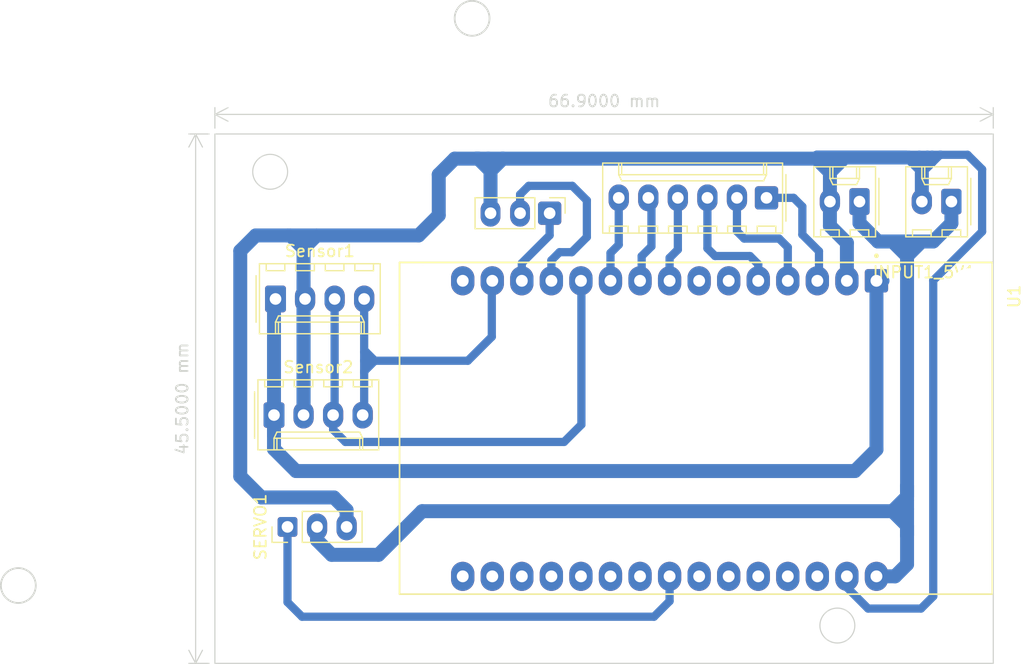
<source format=kicad_pcb>
(kicad_pcb (version 20240108) (generator "pcbnew") (generator_version "8.0")
  (layers (0 "F.Cu" signal) (31 "B.Cu" signal) (34 "B.Paste" user) (35 "F.Paste" user) (36 "B.SilkS" user "B.Silkscreen") (37 "F.SilkS" user "F.Silkscreen") (38 "B.Mask" user) (39 "F.Mask" user) (44 "Edge.Cuts" user))
  (net 0 "")
  (net 1 "Net-(COMMUNICATION1-Pin_3)")
  (net 2 "Net-(INPUT1_5V1-Pin_1)")
  (net 3 "EN1")
  (net 4 "IN1")
  (net 5 "IN2")
  (net 6 "IN3")
  (net 7 "IN4")
  (net 8 "EN2")
  (net 9 "Net-(Sensor1-Pin_1)")
  (net 10 "SCL")
  (net 11 "SDA")
  (net 12 "Servo1")
  (net 26 "TX0")
  (net 27 "RX0")
  (footprint "Connector_Molex:Molex_KK-254_AE-6410-02A_1x02_P2.54mm_Vertical" (layer "F.Cu") (at 229.745 70.35 180)
    (property "Reference" "INPUT_RASP1_5V1" (hide yes))
    (property "Value" "Conn_01x02_Male")
    (fp_line (start 3.92 2.99) (end 3.92 -3.03) (stroke (width 0.12)) (layer "F.SilkS"))
    (fp_line (start 3.92 -3.03) (end -1.38 -3.03) (stroke (width 0.12)) (layer "F.SilkS"))
    (fp_line (start 3.34 -2.43) (end 3.34 -3.03) (stroke (width 0.12)) (layer "F.SilkS"))
    (fp_line (start 2.54 1.99) (end 2.54 2.99) (stroke (width 0.12)) (layer "F.SilkS"))
    (fp_line (start 2.29 2.99) (end 2.29 1.99) (stroke (width 0.12)) (layer "F.SilkS"))
    (fp_line (start 2.29 1.46) (end 2.54 1.99) (stroke (width 0.12)) (layer "F.SilkS"))
    (fp_line (start 1.74 -2.43) (end 3.34 -2.43) (stroke (width 0.12)) (layer "F.SilkS"))
    (fp_line (start 1.74 -3.03) (end 1.74 -2.43) (stroke (width 0.12)) (layer "F.SilkS"))
    (fp_line (start 0.8 -2.43) (end 0.8 -3.03) (stroke (width 0.12)) (layer "F.SilkS"))
    (fp_line (start 0.25 2.99) (end 0.25 1.99) (stroke (width 0.12)) (layer "F.SilkS"))
    (fp_line (start 0.25 1.46) (end 2.29 1.46) (stroke (width 0.12)) (layer "F.SilkS"))
    (fp_line (start 0 2.99) (end 0 1.99) (stroke (width 0.12)) (layer "F.SilkS"))
    (fp_line (start 0 1.99) (end 2.54 1.99) (stroke (width 0.12)) (layer "F.SilkS"))
    (fp_line (start 0 1.99) (end 0.25 1.46) (stroke (width 0.12)) (layer "F.SilkS"))
    (fp_line (start -0.8 -2.43) (end 0.8 -2.43) (stroke (width 0.12)) (layer "F.SilkS"))
    (fp_line (start -0.8 -3.03) (end -0.8 -2.43) (stroke (width 0.12)) (layer "F.SilkS"))
    (fp_line (start -1.38 2.99) (end 3.92 2.99) (stroke (width 0.12)) (layer "F.SilkS"))
    (fp_line (start -1.38 -3.03) (end -1.38 2.99) (stroke (width 0.12)) (layer "F.SilkS"))
    (fp_line (start -1.67 -2) (end -1.67 2) (stroke (width 0.12)) (layer "F.SilkS"))
    (pad "1" thru_hole roundrect (at 0 0 180) (size 1.74 2.3) (drill 1) (layers "*.Cu" "*.Mask") (roundrect_rratio 0.143678) (net 2 "Net-(INPUT1_5V1-Pin_1)"))
    (pad "2" thru_hole oval (at 2.54 0 180) (size 1.74 2.19) (drill 1) (layers "*.Cu" "*.Mask") (net 1 "Net-(COMMUNICATION1-Pin_3)"))
  )
  (footprint "Connector_PinHeader_2.54mm:PinHeader_1x03_P2.54mm_Vertical" (layer "F.Cu") (at 180.585 98.31 90)
    (property "Reference" "SERVO1" (at 0 -2.33 90) (layer "F.SilkS"))
    (property "Value" "Conn_01x03_Male")
    (fp_line (start -1.33 -1.33) (end 0 -1.33) (stroke (width 0.12)) (layer "F.SilkS"))
    (fp_line (start -1.33 0) (end -1.33 -1.33) (stroke (width 0.12)) (layer "F.SilkS"))
    (fp_line (start 1.33 1.27) (end 1.33 6.41) (stroke (width 0.12)) (layer "F.SilkS"))
    (fp_line (start -1.33 1.27) (end 1.33 1.27) (stroke (width 0.12)) (layer "F.SilkS"))
    (fp_line (start -1.33 1.27) (end -1.33 6.41) (stroke (width 0.12)) (layer "F.SilkS"))
    (fp_line (start -1.33 6.41) (end 1.33 6.41) (stroke (width 0.12)) (layer "F.SilkS"))
    (pad "1" thru_hole roundrect (at 0 0 90) (size 1.7 1.7) (drill 1) (layers "*.Cu" "*.Mask") (roundrect_rratio 0.1470588235) (net 12 "Servo1"))
    (pad "2" thru_hole oval (at 0 2.54 90) (size 2.3 1.74) (drill 1) (layers "*.Cu" "*.Mask") (net 2 "Net-(INPUT1_5V1-Pin_1)"))
    (pad "3" thru_hole oval (at 0 5.08 90) (size 2.3 1.74) (drill 1) (layers "*.Cu" "*.Mask") (net 1 "Net-(COMMUNICATION1-Pin_3)"))
  )
  (footprint "Connector_Molex:Molex_KK-254_AE-6410-06A_1x06_P2.54mm_Vertical" (layer "F.Cu") (at 221.755 70.03 180)
    (property "Reference" "L298N1" (hide yes))
    (property "Value" "Conn_01x06_Male")
    (fp_line (start 14.08 2.99) (end 14.08 -3.03) (stroke (width 0.12)) (layer "F.SilkS"))
    (fp_line (start 14.08 -3.03) (end -1.38 -3.03) (stroke (width 0.12)) (layer "F.SilkS"))
    (fp_line (start 13.5 -2.43) (end 13.5 -3.03) (stroke (width 0.12)) (layer "F.SilkS"))
    (fp_line (start 12.7 1.99) (end 12.7 2.99) (stroke (width 0.12)) (layer "F.SilkS"))
    (fp_line (start 12.45 2.99) (end 12.45 1.99) (stroke (width 0.12)) (layer "F.SilkS"))
    (fp_line (start 12.45 1.46) (end 12.7 1.99) (stroke (width 0.12)) (layer "F.SilkS"))
    (fp_line (start 11.9 -2.43) (end 13.5 -2.43) (stroke (width 0.12)) (layer "F.SilkS"))
    (fp_line (start 11.9 -3.03) (end 11.9 -2.43) (stroke (width 0.12)) (layer "F.SilkS"))
    (fp_line (start 10.96 -2.43) (end 10.96 -3.03) (stroke (width 0.12)) (layer "F.SilkS"))
    (fp_line (start 9.36 -2.43) (end 10.96 -2.43) (stroke (width 0.12)) (layer "F.SilkS"))
    (fp_line (start 9.36 -3.03) (end 9.36 -2.43) (stroke (width 0.12)) (layer "F.SilkS"))
    (fp_line (start 8.42 -2.43) (end 8.42 -3.03) (stroke (width 0.12)) (layer "F.SilkS"))
    (fp_line (start 6.82 -2.43) (end 8.42 -2.43) (stroke (width 0.12)) (layer "F.SilkS"))
    (fp_line (start 6.82 -3.03) (end 6.82 -2.43) (stroke (width 0.12)) (layer "F.SilkS"))
    (fp_line (start 5.88 -2.43) (end 5.88 -3.03) (stroke (width 0.12)) (layer "F.SilkS"))
    (fp_line (start 4.28 -2.43) (end 5.88 -2.43) (stroke (width 0.12)) (layer "F.SilkS"))
    (fp_line (start 4.28 -3.03) (end 4.28 -2.43) (stroke (width 0.12)) (layer "F.SilkS"))
    (fp_line (start 3.34 -2.43) (end 3.34 -3.03) (stroke (width 0.12)) (layer "F.SilkS"))
    (fp_line (start 1.74 -2.43) (end 3.34 -2.43) (stroke (width 0.12)) (layer "F.SilkS"))
    (fp_line (start 1.74 -3.03) (end 1.74 -2.43) (stroke (width 0.12)) (layer "F.SilkS"))
    (fp_line (start 0.8 -2.43) (end 0.8 -3.03) (stroke (width 0.12)) (layer "F.SilkS"))
    (fp_line (start 0.25 2.99) (end 0.25 1.99) (stroke (width 0.12)) (layer "F.SilkS"))
    (fp_line (start 0.25 1.46) (end 12.45 1.46) (stroke (width 0.12)) (layer "F.SilkS"))
    (fp_line (start 0 2.99) (end 0 1.99) (stroke (width 0.12)) (layer "F.SilkS"))
    (fp_line (start 0 1.99) (end 12.7 1.99) (stroke (width 0.12)) (layer "F.SilkS"))
    (fp_line (start 0 1.99) (end 0.25 1.46) (stroke (width 0.12)) (layer "F.SilkS"))
    (fp_line (start -0.8 -2.43) (end 0.8 -2.43) (stroke (width 0.12)) (layer "F.SilkS"))
    (fp_line (start -0.8 -3.03) (end -0.8 -2.43) (stroke (width 0.12)) (layer "F.SilkS"))
    (fp_line (start -1.38 2.99) (end 14.08 2.99) (stroke (width 0.12)) (layer "F.SilkS"))
    (fp_line (start -1.38 -3.03) (end -1.38 2.99) (stroke (width 0.12)) (layer "F.SilkS"))
    (fp_line (start -1.67 -2) (end -1.67 2) (stroke (width 0.12)) (layer "F.SilkS"))
    (pad "1" thru_hole roundrect (at 0 0 180) (size 2 2) (drill 1) (layers "*.Cu" "*.Mask") (roundrect_rratio 0.143678) (net 3 "EN1"))
    (pad "2" thru_hole oval (at 2.54 0 180) (size 1.74 2.3) (drill 1) (layers "*.Cu" "*.Mask") (net 4 "IN1"))
    (pad "3" thru_hole oval (at 5.08 0 180) (size 1.74 2.3) (drill 1) (layers "*.Cu" "*.Mask") (net 5 "IN2"))
    (pad "4" thru_hole oval (at 7.62 0 180) (size 1.74 2.3) (drill 1) (layers "*.Cu" "*.Mask") (net 6 "IN3"))
    (pad "5" thru_hole oval (at 10.16 0 180) (size 1.74 2.3) (drill 1) (layers "*.Cu" "*.Mask") (net 7 "IN4"))
    (pad "6" thru_hole oval (at 12.7 0 180) (size 1.74 2.3) (drill 1) (layers "*.Cu" "*.Mask") (net 8 "EN2"))
  )
  (footprint "Connector_Molex:Molex_KK-254_AE-6410-04A_1x04_P2.54mm_Vertical" (layer "F.Cu") (at 179.555 78.72)
    (property "Reference" "Sensor1" (at 3.81 -4.12 0) (layer "F.SilkS"))
    (property "Value" "Conn_01x04_Pin")
    (fp_line (start -1.67 -2) (end -1.67 2) (stroke (width 0.12)) (layer "F.SilkS"))
    (fp_line (start -1.38 -3.03) (end -1.38 2.99) (stroke (width 0.12)) (layer "F.SilkS"))
    (fp_line (start -1.38 2.99) (end 9 2.99) (stroke (width 0.12)) (layer "F.SilkS"))
    (fp_line (start -0.8 -3.03) (end -0.8 -2.43) (stroke (width 0.12)) (layer "F.SilkS"))
    (fp_line (start -0.8 -2.43) (end 0.8 -2.43) (stroke (width 0.12)) (layer "F.SilkS"))
    (fp_line (start 0 1.99) (end 0.25 1.46) (stroke (width 0.12)) (layer "F.SilkS"))
    (fp_line (start 0 1.99) (end 7.62 1.99) (stroke (width 0.12)) (layer "F.SilkS"))
    (fp_line (start 0 2.99) (end 0 1.99) (stroke (width 0.12)) (layer "F.SilkS"))
    (fp_line (start 0.25 1.46) (end 7.37 1.46) (stroke (width 0.12)) (layer "F.SilkS"))
    (fp_line (start 0.25 2.99) (end 0.25 1.99) (stroke (width 0.12)) (layer "F.SilkS"))
    (fp_line (start 0.8 -2.43) (end 0.8 -3.03) (stroke (width 0.12)) (layer "F.SilkS"))
    (fp_line (start 1.74 -3.03) (end 1.74 -2.43) (stroke (width 0.12)) (layer "F.SilkS"))
    (fp_line (start 1.74 -2.43) (end 3.34 -2.43) (stroke (width 0.12)) (layer "F.SilkS"))
    (fp_line (start 3.34 -2.43) (end 3.34 -3.03) (stroke (width 0.12)) (layer "F.SilkS"))
    (fp_line (start 4.28 -3.03) (end 4.28 -2.43) (stroke (width 0.12)) (layer "F.SilkS"))
    (fp_line (start 4.28 -2.43) (end 5.88 -2.43) (stroke (width 0.12)) (layer "F.SilkS"))
    (fp_line (start 5.88 -2.43) (end 5.88 -3.03) (stroke (width 0.12)) (layer "F.SilkS"))
    (fp_line (start 6.82 -3.03) (end 6.82 -2.43) (stroke (width 0.12)) (layer "F.SilkS"))
    (fp_line (start 6.82 -2.43) (end 8.42 -2.43) (stroke (width 0.12)) (layer "F.SilkS"))
    (fp_line (start 7.37 1.46) (end 7.62 1.99) (stroke (width 0.12)) (layer "F.SilkS"))
    (fp_line (start 7.37 2.99) (end 7.37 1.99) (stroke (width 0.12)) (layer "F.SilkS"))
    (fp_line (start 7.62 1.99) (end 7.62 2.99) (stroke (width 0.12)) (layer "F.SilkS"))
    (fp_line (start 8.42 -2.43) (end 8.42 -3.03) (stroke (width 0.12)) (layer "F.SilkS"))
    (fp_line (start 9 -3.03) (end -1.38 -3.03) (stroke (width 0.12)) (layer "F.SilkS"))
    (fp_line (start 9 2.99) (end 9 -3.03) (stroke (width 0.12)) (layer "F.SilkS"))
    (pad "1" thru_hole roundrect (at 0 0) (size 1.8 2.3) (drill 1) (layers "*.Cu" "*.Mask") (roundrect_rratio 0.143678) (net 9 "Net-(Sensor1-Pin_1)"))
    (pad "2" thru_hole oval (at 2.54 0) (size 1.74 2.3) (drill 1) (layers "*.Cu" "*.Mask") (net 1 "Net-(COMMUNICATION1-Pin_3)"))
    (pad "3" thru_hole oval (at 5.08 0) (size 1.74 2.3) (drill 1) (layers "*.Cu" "*.Mask") (net 10 "SCL"))
    (pad "4" thru_hole oval (at 7.62 0) (size 1.74 2.3) (drill 1) (layers "*.Cu" "*.Mask") (net 11 "SDA"))
  )
  (footprint "Connector_Molex:Molex_KK-254_AE-6410-02A_1x02_P2.54mm_Vertical" (layer "F.Cu") (at 237.645 70.35 180)
    (property "Reference" "INPUT1_5V1" (at 2.35 -6.07 0) (layer "F.SilkS"))
    (property "Value" "Conn_01x02_Male" (hide yes))
    (fp_line (start 3.92 2.99) (end 3.92 -3.03) (stroke (width 0.12)) (layer "F.SilkS"))
    (fp_line (start 3.92 -3.03) (end -1.38 -3.03) (stroke (width 0.12)) (layer "F.SilkS"))
    (fp_line (start 3.34 -2.43) (end 3.34 -3.03) (stroke (width 0.12)) (layer "F.SilkS"))
    (fp_line (start 2.54 1.99) (end 2.54 2.99) (stroke (width 0.12)) (layer "F.SilkS"))
    (fp_line (start 2.29 2.99) (end 2.29 1.99) (stroke (width 0.12)) (layer "F.SilkS"))
    (fp_line (start 2.29 1.46) (end 2.54 1.99) (stroke (width 0.12)) (layer "F.SilkS"))
    (fp_line (start 1.74 -2.43) (end 3.34 -2.43) (stroke (width 0.12)) (layer "F.SilkS"))
    (fp_line (start 1.74 -3.03) (end 1.74 -2.43) (stroke (width 0.12)) (layer "F.SilkS"))
    (fp_line (start 0.8 -2.43) (end 0.8 -3.03) (stroke (width 0.12)) (layer "F.SilkS"))
    (fp_line (start 0.25 2.99) (end 0.25 1.99) (stroke (width 0.12)) (layer "F.SilkS"))
    (fp_line (start 0.25 1.46) (end 2.29 1.46) (stroke (width 0.12)) (layer "F.SilkS"))
    (fp_line (start 0 2.99) (end 0 1.99) (stroke (width 0.12)) (layer "F.SilkS"))
    (fp_line (start 0 1.99) (end 2.54 1.99) (stroke (width 0.12)) (layer "F.SilkS"))
    (fp_line (start 0 1.99) (end 0.25 1.46) (stroke (width 0.12)) (layer "F.SilkS"))
    (fp_line (start -0.8 -2.43) (end 0.8 -2.43) (stroke (width 0.12)) (layer "F.SilkS"))
    (fp_line (start -0.8 -3.03) (end -0.8 -2.43) (stroke (width 0.12)) (layer "F.SilkS"))
    (fp_line (start -1.38 2.99) (end 3.92 2.99) (stroke (width 0.12)) (layer "F.SilkS"))
    (fp_line (start -1.38 -3.03) (end -1.38 2.99) (stroke (width 0.12)) (layer "F.SilkS"))
    (fp_line (start -1.67 -2) (end -1.67 2) (stroke (width 0.12)) (layer "F.SilkS"))
    (pad "1" thru_hole roundrect (at 0 0 180) (size 1.74 2.19) (drill 1) (layers "*.Cu" "*.Mask") (roundrect_rratio 0.143678) (net 2 "Net-(INPUT1_5V1-Pin_1)"))
    (pad "2" thru_hole oval (at 2.54 0 180) (size 1.74 2.19) (drill 1) (layers "*.Cu" "*.Mask") (net 1 "Net-(COMMUNICATION1-Pin_3)"))
  )
  (footprint "ESP32-DEVKIT-V1:MODULE_ESP32_DEVKIT_V1" (layer "F.Cu") (at 215.69 89.86 -90)
    (property "Reference" "U1" (at -11.355 -27.36 90) (layer "F.SilkS"))
    (property "Value" "ESP32-DEVKIT-V1" (hide yes))
    (fp_line (start -14.28 25.475) (end -8.91 25.475) (stroke (width 0.127)) (layer "F.SilkS"))
    (fp_line (start -14.28 25.475) (end -14.28 -25.475) (stroke (width 0.127)) (layer "F.SilkS"))
    (fp_line (start -14.28 25.475) (end -14.28 -25.475) (stroke (width 0.127)) (layer "F.SilkS"))
    (fp_line (start -8.91 25.475) (end 8.78 25.475) (stroke (width 0.127)) (layer "F.SilkS"))
    (fp_line (start 8.78 25.475) (end 14.23 25.475) (stroke (width 0.127)) (layer "F.SilkS"))
    (fp_line (start 14.23 25.475) (end -14.28 25.475) (stroke (width 0.127)) (layer "F.SilkS"))
    (fp_line (start -14.28 -25.475) (end -3.211 -25.475) (stroke (width 0.127)) (layer "F.SilkS"))
    (fp_line (start -14.28 -25.475) (end 14.23 -25.475) (stroke (width 0.127)) (layer "F.SilkS"))
    (fp_line (start -3.211 -25.475) (end 3.5 -25.475) (stroke (width 0.127)) (layer "F.SilkS"))
    (fp_line (start 3.5 -25.475) (end 14.23 -25.475) (stroke (width 0.127)) (layer "F.SilkS"))
    (fp_line (start 14.23 -25.475) (end 14.23 25.475) (stroke (width 0.127)) (layer "F.SilkS"))
    (fp_line (start 14.23 -25.475) (end 14.23 25.475) (stroke (width 0.127)) (layer "F.SilkS"))
    (fp_circle (center -14.85 -15.515) (end -14.75 -15.515) (stroke (width 0.2)) (fill none) (layer "F.SilkS"))
    (pad "" np_thru_hole circle (at -12.28 -23.475 270) (size 3 3) (drill 3) (layers "*.Cu" "*.Mask"))
    (pad "" np_thru_hole circle (at -12.28 23.475 270) (size 3 3) (drill 3) (layers "*.Cu" "*.Mask"))
    (pad "" np_thru_hole circle (at 12.23 -23.475 270) (size 3 3) (drill 3) (layers "*.Cu" "*.Mask"))
    (pad "" np_thru_hole circle (at 12.23 23.475 270) (size 3 3) (drill 3) (layers "*.Cu" "*.Mask"))
    (pad "1" thru_hole roundrect (at -12.7 -15.515 270) (size 2 2) (drill 1.02) (layers "*.Cu" "*.Mask") (roundrect_rratio 0.125) (net 9 "Net-(Sensor1-Pin_1)"))
    (pad "2" thru_hole oval (at -12.7 -12.975 270) (size 2.5 2) (drill 1.02) (layers "*.Cu" "*.Mask") (net 1 "Net-(COMMUNICATION1-Pin_3)"))
    (pad "3" thru_hole oval (at -12.7 -10.435 270) (size 2.5 2) (drill 1.02) (layers "*.Cu" "*.Mask") (net 3 "EN1"))
    (pad "4" thru_hole oval (at -12.7 -7.895 270) (size 2.5 2) (drill 1.02) (layers "*.Cu" "*.Mask") (net 4 "IN1"))
    (pad "5" thru_hole oval (at -12.7 -5.355 270) (size 2.5 2) (drill 1.02) (layers "*.Cu" "*.Mask") (net 5 "IN2"))
    (pad "6" thru_hole oval (at -12.7 -2.815 270) (size 2.5 2) (drill 1.02) (layers "*.Cu" "*.Mask"))
    (pad "7" thru_hole oval (at -12.7 -0.275 270) (size 2.5 2) (drill 1.02) (layers "*.Cu" "*.Mask"))
    (pad "8" thru_hole oval (at -12.7 2.265 270) (size 2.5 2) (drill 1.02) (layers "*.Cu" "*.Mask") (net 6 "IN3"))
    (pad "9" thru_hole oval (at -12.7 4.805 270) (size 2.5 2) (drill 1.02) (layers "*.Cu" "*.Mask") (net 7 "IN4"))
    (pad "10" thru_hole oval (at -12.7 7.345 270) (size 2.5 2) (drill 1.02) (layers "*.Cu" "*.Mask") (net 8 "EN2"))
    (pad "11" thru_hole oval (at -12.7 9.885 270) (size 2.5 2) (drill 1.02) (layers "*.Cu" "*.Mask") (net 10 "SCL"))
    (pad "12" thru_hole oval (at -12.7 12.425 270) (size 2.5 2) (drill 1.02) (layers "*.Cu" "*.Mask") (net 27 "RX0"))
    (pad "13" thru_hole oval (at -12.7 14.965 270) (size 2.5 2) (drill 1.02) (layers "*.Cu" "*.Mask") (net 26 "TX0"))
    (pad "14" thru_hole oval (at -12.7 17.505 270) (size 2.5 2) (drill 1.02) (layers "*.Cu" "*.Mask") (net 11 "SDA"))
    (pad "15" thru_hole oval (at -12.7 20.045 270) (size 2.5 2) (drill 1.02) (layers "*.Cu" "*.Mask"))
    (pad "16" thru_hole oval (at 12.7 20.045 270) (size 2.5 2) (drill 1.02) (layers "*.Cu" "*.Mask"))
    (pad "17" thru_hole oval (at 12.7 17.505 270) (size 2.5 2) (drill 1.02) (layers "*.Cu" "*.Mask"))
    (pad "18" thru_hole oval (at 12.7 14.965 270) (size 2.5 2) (drill 1.02) (layers "*.Cu" "*.Mask"))
    (pad "19" thru_hole oval (at 12.7 12.425 270) (size 2.5 2) (drill 1.02) (layers "*.Cu" "*.Mask"))
    (pad "20" thru_hole oval (at 12.7 9.885 270) (size 2.5 2) (drill 1.02) (layers "*.Cu" "*.Mask"))
    (pad "21" thru_hole oval (at 12.7 7.345 270) (size 2.5 2) (drill 1.02) (layers "*.Cu" "*.Mask"))
    (pad "22" thru_hole oval (at 12.7 4.805 270) (size 2.5 2) (drill 1.02) (layers "*.Cu" "*.Mask"))
    (pad "23" thru_hole oval (at 12.7 2.265 270) (size 2.5 2) (drill 1.02) (layers "*.Cu" "*.Mask") (net 12 "Servo1"))
    (pad "24" thru_hole oval (at 12.7 -0.275 270) (size 2.5 2) (drill 1.02) (layers "*.Cu" "*.Mask"))
    (pad "25" thru_hole oval (at 12.7 -2.815 270) (size 2.5 2) (drill 1.02) (layers "*.Cu" "*.Mask"))
    (pad "26" thru_hole oval (at 12.7 -5.355 270) (size 2.5 2) (drill 1.02) (layers "*.Cu" "*.Mask"))
    (pad "27" thru_hole oval (at 12.7 -7.895 270) (size 2.5 2) (drill 1.02) (layers "*.Cu" "*.Mask"))
    (pad "28" thru_hole oval (at 12.7 -10.435 270) (size 2.5 2) (drill 1.02) (layers "*.Cu" "*.Mask"))
    (pad "29" thru_hole oval (at 12.7 -12.975 270) (size 2.5 2) (drill 1.02) (layers "*.Cu" "*.Mask") (net 1 "Net-(COMMUNICATION1-Pin_3)"))
    (pad "30" thru_hole oval (at 12.7 -15.515 270) (size 2.5 2) (drill 1.02) (layers "*.Cu" "*.Mask") (net 2 "Net-(INPUT1_5V1-Pin_1)"))
  )
  (footprint "Connector_Molex:Molex_KK-254_AE-6410-04A_1x04_P2.54mm_Vertical" (layer "F.Cu") (at 179.425 88.7)
    (property "Reference" "Sensor2" (at 3.81 -4.12 0) (layer "F.SilkS"))
    (property "Value" "Conn_01x04_Pin")
    (fp_line (start -1.67 -2) (end -1.67 2) (stroke (width 0.12)) (layer "F.SilkS"))
    (fp_line (start -1.38 -3.03) (end -1.38 2.99) (stroke (width 0.12)) (layer "F.SilkS"))
    (fp_line (start -1.38 2.99) (end 9 2.99) (stroke (width 0.12)) (layer "F.SilkS"))
    (fp_line (start -0.8 -3.03) (end -0.8 -2.43) (stroke (width 0.12)) (layer "F.SilkS"))
    (fp_line (start -0.8 -2.43) (end 0.8 -2.43) (stroke (width 0.12)) (layer "F.SilkS"))
    (fp_line (start 0 1.99) (end 0.25 1.46) (stroke (width 0.12)) (layer "F.SilkS"))
    (fp_line (start 0 1.99) (end 7.62 1.99) (stroke (width 0.12)) (layer "F.SilkS"))
    (fp_line (start 0 2.99) (end 0 1.99) (stroke (width 0.12)) (layer "F.SilkS"))
    (fp_line (start 0.25 1.46) (end 7.37 1.46) (stroke (width 0.12)) (layer "F.SilkS"))
    (fp_line (start 0.25 2.99) (end 0.25 1.99) (stroke (width 0.12)) (layer "F.SilkS"))
    (fp_line (start 0.8 -2.43) (end 0.8 -3.03) (stroke (width 0.12)) (layer "F.SilkS"))
    (fp_line (start 1.74 -3.03) (end 1.74 -2.43) (stroke (width 0.12)) (layer "F.SilkS"))
    (fp_line (start 1.74 -2.43) (end 3.34 -2.43) (stroke (width 0.12)) (layer "F.SilkS"))
    (fp_line (start 3.34 -2.43) (end 3.34 -3.03) (stroke (width 0.12)) (layer "F.SilkS"))
    (fp_line (start 4.28 -3.03) (end 4.28 -2.43) (stroke (width 0.12)) (layer "F.SilkS"))
    (fp_line (start 4.28 -2.43) (end 5.88 -2.43) (stroke (width 0.12)) (layer "F.SilkS"))
    (fp_line (start 5.88 -2.43) (end 5.88 -3.03) (stroke (width 0.12)) (layer "F.SilkS"))
    (fp_line (start 6.82 -3.03) (end 6.82 -2.43) (stroke (width 0.12)) (layer "F.SilkS"))
    (fp_line (start 6.82 -2.43) (end 8.42 -2.43) (stroke (width 0.12)) (layer "F.SilkS"))
    (fp_line (start 7.37 1.46) (end 7.62 1.99) (stroke (width 0.12)) (layer "F.SilkS"))
    (fp_line (start 7.37 2.99) (end 7.37 1.99) (stroke (width 0.12)) (layer "F.SilkS"))
    (fp_line (start 7.62 1.99) (end 7.62 2.99) (stroke (width 0.12)) (layer "F.SilkS"))
    (fp_line (start 8.42 -2.43) (end 8.42 -3.03) (stroke (width 0.12)) (layer "F.SilkS"))
    (fp_line (start 9 -3.03) (end -1.38 -3.03) (stroke (width 0.12)) (layer "F.SilkS"))
    (fp_line (start 9 2.99) (end 9 -3.03) (stroke (width 0.12)) (layer "F.SilkS"))
    (pad "1" thru_hole roundrect (at 0 0) (size 1.8 2.19) (drill 1) (layers "*.Cu" "*.Mask") (roundrect_rratio 0.143678) (net 9 "Net-(Sensor1-Pin_1)"))
    (pad "2" thru_hole oval (at 2.54 0) (size 1.74 2.3) (drill 1) (layers "*.Cu" "*.Mask") (net 1 "Net-(COMMUNICATION1-Pin_3)"))
    (pad "3" thru_hole oval (at 5.08 0) (size 1.74 2.3) (drill 1) (layers "*.Cu" "*.Mask") (net 10 "SCL"))
    (pad "4" thru_hole oval (at 7.62 0) (size 1.74 2.3) (drill 1) (layers "*.Cu" "*.Mask") (net 11 "SDA"))
  )
  (footprint "Connector_PinHeader_2.54mm:PinHeader_1x03_P2.54mm_Vertical" (layer "F.Cu") (at 203.115 71.35 -90)
    (property "Reference" "COMMUNICATION1" (hide yes))
    (property "Value" "Conn_01x03_Male" (hide yes))
    (fp_line (start -1.33 6.41) (end 1.33 6.41) (stroke (width 0.12)) (layer "F.SilkS"))
    (fp_line (start -1.33 1.27) (end -1.33 6.41) (stroke (width 0.12)) (layer "F.SilkS"))
    (fp_line (start -1.33 1.27) (end 1.33 1.27) (stroke (width 0.12)) (layer "F.SilkS"))
    (fp_line (start 1.33 1.27) (end 1.33 6.41) (stroke (width 0.12)) (layer "F.SilkS"))
    (fp_line (start -1.33 0) (end -1.33 -1.33) (stroke (width 0.12)) (layer "F.SilkS"))
    (fp_line (start -1.33 -1.33) (end 0 -1.33) (stroke (width 0.12)) (layer "F.SilkS"))
    (pad "1" thru_hole roundrect (at 0 0 270) (size 2 2) (drill 1) (layers "*.Cu" "*.Mask") (roundrect_rratio 0.1470588235) (net 26 "TX0"))
    (pad "2" thru_hole oval (at 0 2.54 270) (size 2.3 1.7) (drill 1) (layers "*.Cu" "*.Mask") (net 27 "RX0"))
    (pad "3" thru_hole oval (at 0 5.08 270) (size 2.3 1.7) (drill 1) (layers "*.Cu" "*.Mask") (net 1 "Net-(COMMUNICATION1-Pin_3)"))
  )
  (gr_circle (center 196.45 54.6) (end 197.95 54.6) (stroke (width 0.15)) (fill none) (layer "Edge.Cuts"))
  (gr_circle (center 157.45 103.35) (end 158.95 103.35) (stroke (width 0.15)) (fill none) (layer "Edge.Cuts"))
  (gr_rect (start 174.345 64.54) (end 241.245 110.04) (stroke (width 0.1)) (fill none) (layer "Edge.Cuts"))
  (gr_circle (center 227.845 106.79) (end 227.845 108.29) (stroke (width 0.1)) (fill none) (layer "Edge.Cuts"))
  (gr_circle (center 179.095 67.79) (end 179.095 69.29) (stroke (width 0.1)) (fill none) (layer "Edge.Cuts"))
  (dimension (type aligned) (layer "Edge.Cuts") (pts (xy 174.345 110.04) (xy 174.345 64.54)) (height -1.655) (gr_text "45,5000 mm" (at 171.54 87.29 90) (layer "Edge.Cuts") (effects (font (size 1 1) (thickness 0.15)))) (format (prefix "") (suffix "") (units 3) (units_format 1) (precision 4)) (style (thickness 0.1) (arrow_length 1.27) (text_position_mode 0) (extension_height 0.58642) (extension_offset 0.5) keep_text_aligned))
  (dimension (type aligned) (layer "Edge.Cuts") (pts (xy 174.345 64.54) (xy 241.245 64.54)) (height -1.68) (gr_text "66,9000 mm" (at 207.795 61.71 0) (layer "Edge.Cuts") (effects (font (size 1 1) (thickness 0.15)))) (format (prefix "") (suffix "") (units 3) (units_format 1) (precision 4)) (style (thickness 0.1) (arrow_length 1.27) (text_position_mode 0) (extension_height 0.58642) (extension_offset 0.5) keep_text_aligned))
  (segment (start 240.285 67.58) (end 239.035 66.33) (width 0.707) (layer "B.Cu") (net 1))
  (segment (start 235.985 66.33) (end 235.985 67.01) (width 0.707) (layer "B.Cu") (net 1))
  (segment (start 235.65 67.345) (end 235.135 66.83) (width 0.707) (layer "B.Cu") (net 1))
  (segment (start 235.985 67.01) (end 235.65 67.345) (width 0.707) (layer "B.Cu") (net 1))
  (segment (start 236.085 104.28) (end 236.085 77.13) (width 0.707) (layer "B.Cu") (net 1))
  (segment (start 199.085 66.66) (end 197.835 66.66) (width 1.2) (layer "B.Cu") (net 1))
  (segment (start 234.885 67.28) (end 234.885 66.33) (width 0.707) (layer "B.Cu") (net 1))
  (segment (start 182.095 78.72) (end 181.965 78.85) (width 1.2) (layer "B.Cu") (net 1))
  (segment (start 181.965 78.85) (end 181.965 88.44) (width 1.2) (layer "B.Cu") (net 1))
  (segment (start 227.205 67.83) (end 226.035 66.66) (width 1.2) (layer "B.Cu") (net 1))
  (segment (start 233.775 66.56) (end 235.105 67.89) (width 0.707) (layer "B.Cu") (net 1))
  (segment (start 235.585 66.33) (end 235.26 66.655) (width 0.707) (layer "B.Cu") (net 1))
  (segment (start 235.26 66.655) (end 235.085 66.83) (width 0.707) (layer "B.Cu") (net 1))
  (segment (start 235.035 105.33) (end 236.085 104.28) (width 0.707) (layer "B.Cu") (net 1))
  (segment (start 193.585 68.03) (end 193.585 71.53) (width 1.2) (layer "B.Cu") (net 1))
  (segment (start 230.485 105.33) (end 235.035 105.33) (width 0.707) (layer "B.Cu") (net 1))
  (segment (start 235.165 66.56) (end 233.775 66.56) (width 0.707) (layer "B.Cu") (net 1))
  (segment (start 228.475 66.56) (end 227.205 67.83) (width 1.2) (layer "B.Cu") (net 1))
  (segment (start 234.005 66.33) (end 233.775 66.56) (width 0.707) (layer "B.Cu") (net 1))
  (segment (start 239.035 66.33) (end 236.735 66.33) (width 0.707) (layer "B.Cu") (net 1))
  (segment (start 235.65 67.345) (end 235.105 67.89) (width 0.707) (layer "B.Cu") (net 1))
  (segment (start 228.475 66.56) (end 226.135 66.56) (width 1.2) (layer "B.Cu") (net 1))
  (segment (start 235.105 67.89) (end 234.885 67.67) (width 0.707) (layer "B.Cu") (net 1))
  (segment (start 227.205 72.44) (end 228.665 73.9) (width 1.2) (layer "B.Cu") (net 1))
  (segment (start 226.135 66.56) (end 226.035 66.66) (width 1.2) (layer "B.Cu") (net 1))
  (segment (start 196.835 66.66) (end 194.955 66.66) (width 1.2) (layer "B.Cu") (net 1))
  (segment (start 181.965 88.44) (end 182.095 88.57) (width 1.2) (layer "B.Cu") (net 1))
  (segment (start 177.855 73.26) (end 176.525 74.59) (width 1.2) (layer "B.Cu") (net 1))
  (segment (start 235.585 66.33) (end 234.885 66.33) (width 0.707) (layer "B.Cu") (net 1))
  (segment (start 198.035 71.35) (end 198.035 67.71) (width 1.2) (layer "B.Cu") (net 1))
  (segment (start 228.665 73.9) (end 228.665 77.16) (width 1.2) (layer "B.Cu") (net 1))
  (segment (start 198.525 70.86) (end 198.035 71.35) (width 0.25) (layer "B.Cu") (net 1))
  (segment (start 180.585 73.26) (end 177.855 73.26) (width 1.2) (layer "B.Cu") (net 1))
  (segment (start 181.965 88.7) (end 181.965 74.38) (width 1.2) (layer "B.Cu") (net 1))
  (segment (start 197.835 66.66) (end 196.835 66.66) (width 1.2) (layer "B.Cu") (net 1))
  (segment (start 235.135 66.83) (end 235.085 66.83) (width 0.707) (layer "B.Cu") (net 1))
  (segment (start 227.205 67.83) (end 227.205 70.35) (width 1.2) (layer "B.Cu") (net 1))
  (segment (start 226.035 66.66) (end 199.085 66.66) (width 1.2) (layer "B.Cu") (net 1))
  (segment (start 183.085 73.26) (end 180.585 73.26) (width 1.2) (layer "B.Cu") (net 1))
  (segment (start 236.665 66.33) (end 235.105 67.89) (width 0.707) (layer "B.Cu") (net 1))
  (segment (start 228.665 103.51) (end 230.485 105.33) (width 0.707) (layer "B.Cu") (net 1))
  (segment (start 193.585 71.53) (end 191.855 73.26) (width 1.2) (layer "B.Cu") (net 1))
  (segment (start 236.735 66.33) (end 236.665 66.33) (width 0.707) (layer "B.Cu") (net 1))
  (segment (start 180.845 73.26) (end 181.965 74.38) (width 1.2) (layer "B.Cu") (net 1))
  (segment (start 235.63 66.655) (end 235.26 66.655) (width 0.707) (layer "B.Cu") (net 1))
  (segment (start 182.105 78.71) (end 182.095 78.72) (width 0.707) (layer "B.Cu") (net 1))
  (segment (start 235.26 66.655) (end 235.165 66.56) (width 0.707) (layer "B.Cu") (net 1))
  (segment (start 233.775 66.56) (end 228.475 66.56) (width 1.2) (layer "B.Cu") (net 1))
  (segment (start 227.205 70.35) (end 227.205 72.44) (width 1.2) (layer "B.Cu") (net 1))
  (segment (start 235.985 67.01) (end 235.63 66.655) (width 0.707) (layer "B.Cu") (net 1))
  (segment (start 176.525 93.97) (end 178.335 95.78) (width 1.2) (layer "B.Cu") (net 1))
  (segment (start 180.585 73.26) (end 180.845 73.26) (width 1.2) (layer "B.Cu") (net 1))
  (segment (start 235.085 66.83) (end 234.885 67.03) (width 0.707) (layer "B.Cu") (net 1))
  (segment (start 240.285 72.93) (end 240.285 67.58) (width 0.707) (layer "B.Cu") (net 1))
  (segment (start 184.575 95.78) (end 185.665 96.87) (width 1.2) (layer "B.Cu") (net 1))
  (segment (start 236.085 77.13) (end 240.285 72.93) (width 0.707) (layer "B.Cu") (net 1))
  (segment (start 178.335 95.78) (end 184.575 95.78) (width 1.2) (layer "B.Cu") (net 1))
  (segment (start 196.835 66.66) (end 196.985 66.66) (width 1.2) (layer "B.Cu") (net 1))
  (segment (start 181.965 88.7) (end 181.965 77.17) (width 1.2) (layer "B.Cu") (net 1))
  (segment (start 235.105 70.35) (end 235.105 67.89) (width 1.2) (layer "B.Cu") (net 1))
  (segment (start 228.665 102.56) (end 228.665 103.51) (width 0.707) (layer "B.Cu") (net 1))
  (segment (start 194.955 66.66) (end 193.585 68.03) (width 1.2) (layer "B.Cu") (net 1))
  (segment (start 234.885 66.33) (end 234.005 66.33) (width 0.707) (layer "B.Cu") (net 1))
  (segment (start 235.985 66.33) (end 235.585 66.33) (width 0.707) (layer "B.Cu") (net 1))
  (segment (start 176.525 74.59) (end 176.525 93.97) (width 1.2) (layer "B.Cu") (net 1))
  (segment (start 234.885 67.03) (end 234.885 67.28) (width 0.707) (layer "B.Cu") (net 1))
  (segment (start 191.855 73.26) (end 183.085 73.26) (width 1.2) (layer "B.Cu") (net 1))
  (segment (start 236.735 66.33) (end 235.985 66.33) (width 0.707) (layer "B.Cu") (net 1))
  (segment (start 181.965 74.38) (end 183.085 73.26) (width 1.2) (layer "B.Cu") (net 1))
  (segment (start 185.665 96.87) (end 185.665 98.31) (width 1.2) (layer "B.Cu") (net 1))
  (segment (start 234.885 67.67) (end 234.885 67.28) (width 0.707) (layer "B.Cu") (net 1))
  (segment (start 196.985 66.66) (end 198.035 67.71) (width 1.2) (layer "B.Cu") (net 1))
  (segment (start 198.035 67.71) (end 199.085 66.66) (width 1.2) (layer "B.Cu") (net 1))
  (segment (start 231.335 73.78) (end 232.585 73.78) (width 1.2) (layer "B.Cu") (net 2))
  (segment (start 232.585 73.78) (end 233.835 75.03) (width 1.2) (layer "B.Cu") (net 2))
  (segment (start 231.335 73.78) (end 229.745 72.19) (width 1.2) (layer "B.Cu") (net 2))
  (segment (start 233.835 75.03) (end 233.835 73.78) (width 1.2) (layer "B.Cu") (net 2))
  (segment (start 233.835 99.03) (end 233.835 98.21) (width 1.2) (layer "B.Cu") (net 2))
  (segment (start 232.805 102.56) (end 231.205 102.56) (width 1.2) (layer "B.Cu") (net 2))
  (segment (start 233.835 101.53) (end 232.805 102.56) (width 1.2) (layer "B.Cu") (net 2))
  (segment (start 233.835 94.78) (end 233.835 75.03) (width 1.2) (layer "B.Cu") (net 2))
  (segment (start 183.125 98.31) (end 183.125 99.46) (width 1.2) (layer "B.Cu") (net 2))
  (segment (start 233.835 96.03) (end 233.835 96.78) (width 1.2) (layer "B.Cu") (net 2))
  (segment (start 233.835 94.78) (end 233.835 95.71) (width 1.2) (layer "B.Cu") (net 2))
  (segment (start 233.835 73.78) (end 231.335 73.78) (width 1.2) (layer "B.Cu") (net 2))
  (segment (start 236.085 73.78) (end 235.085 73.78) (width 1.2) (layer "B.Cu") (net 2))
  (segment (start 233.835 96.03) (end 233.835 94.78) (width 1.2) (layer "B.Cu") (net 2))
  (segment (start 188.405 100.71) (end 192.155 96.96) (width 1.2) (layer "B.Cu") (net 2))
  (segment (start 229.745 72.19) (end 229.745 70.35) (width 1.2) (layer "B.Cu") (net 2))
  (segment (start 233.835 95.71) (end 232.585 96.96) (width 1.2) (layer "B.Cu") (net 2))
  (segment (start 233.835 96.78) (end 233.835 99.03) (width 1.2) (layer "B.Cu") (net 2))
  (segment (start 192.155 96.96) (end 232.585 96.96) (width 1.2) (layer "B.Cu") (net 2))
  (segment (start 183.125 99.46) (end 184.375 100.71) (width 1.2) (layer "B.Cu") (net 2))
  (segment (start 235.085 73.78) (end 233.835 73.78) (width 1.2) (layer "B.Cu") (net 2))
  (segment (start 237.645 70.35) (end 237.645 72.22) (width 1.2) (layer "B.Cu") (net 2))
  (segment (start 184.375 100.71) (end 188.405 100.71) (width 1.2) (layer "B.Cu") (net 2))
  (segment (start 237.645 72.22) (end 236.085 73.78) (width 1.2) (layer "B.Cu") (net 2))
  (segment (start 233.835 99.03) (end 233.835 101.53) (width 1.2) (layer "B.Cu") (net 2))
  (segment (start 233.655 96.96) (end 233.835 96.78) (width 1.2) (layer "B.Cu") (net 2))
  (segment (start 232.585 96.96) (end 233.655 96.96) (width 1.2) (layer "B.Cu") (net 2))
  (segment (start 233.835 98.21) (end 232.585 96.96) (width 1.2) (layer "B.Cu") (net 2))
  (segment (start 235.085 73.78) (end 233.835 75.03) (width 1.2) (layer "B.Cu") (net 2))
  (segment (start 224.085 70.03) (end 224.835 70.78) (width 0.707) (layer "B.Cu") (net 3))
  (segment (start 224.835 73.19) (end 226.265 74.62) (width 0.707) (layer "B.Cu") (net 3))
  (segment (start 221.755 70.03) (end 224.085 70.03) (width 0.707) (layer "B.Cu") (net 3))
  (segment (start 226.265 74.62) (end 226.265 76.93) (width 0.707) (layer "B.Cu") (net 3))
  (segment (start 224.835 70.78) (end 224.835 73.19) (width 0.707) (layer "B.Cu") (net 3))
  (segment (start 223.585 74.28) (end 223.585 77.16) (width 0.707) (layer "B.Cu") (net 4))
  (segment (start 219.215 70.03) (end 219.215 72.91) (width 0.707) (layer "B.Cu") (net 4))
  (segment (start 219.215 72.91) (end 219.835 73.53) (width 0.707) (layer "B.Cu") (net 4))
  (segment (start 222.835 73.53) (end 223.585 74.28) (width 0.707) (layer "B.Cu") (net 4))
  (segment (start 219.835 73.53) (end 222.835 73.53) (width 0.707) (layer "B.Cu") (net 4))
  (segment (start 220.335 75.03) (end 221.045 75.74) (width 0.707) (layer "B.Cu") (net 5))
  (segment (start 221.045 75.74) (end 221.045 77.16) (width 0.707) (layer "B.Cu") (net 5))
  (segment (start 216.675 74.37) (end 217.335 75.03) (width 0.707) (layer "B.Cu") (net 5))
  (segment (start 216.675 70.03) (end 216.675 74.37) (width 0.707) (layer "B.Cu") (net 5))
  (segment (start 217.335 75.03) (end 220.335 75.03) (width 0.707) (layer "B.Cu") (net 5))
  (segment (start 214.135 74.48) (end 214.135 70.03) (width 0.707) (layer "B.Cu") (net 6))
  (segment (start 214.405 69.76) (end 214.105 70.06) (width 0.707) (layer "B.Cu") (net 6))
  (segment (start 213.425 75.19) (end 214.135 74.48) (width 0.707) (layer "B.Cu") (net 6))
  (segment (start 213.425 77.16) (end 213.425 75.19) (width 0.707) (layer "B.Cu") (net 6))
  (segment (start 211.595 70.03) (end 211.865 70.3) (width 0.707) (layer "B.Cu") (net 7))
  (segment (start 211.865 70.3) (end 211.865 74.2) (width 0.707) (layer "B.Cu") (net 7))
  (segment (start 211.025 75.04) (end 211.025 76.93) (width 0.707) (layer "B.Cu") (net 7))
  (segment (start 211.865 74.2) (end 211.025 75.04) (width 0.707) (layer "B.Cu") (net 7))
  (segment (start 208.345 74.77) (end 209.055 74.06) (width 0.707) (layer "B.Cu") (net 8))
  (segment (start 208.485 76.93) (end 208.105 76.55) (width 0.707) (layer "B.Cu") (net 8))
  (segment (start 209.055 74.06) (end 209.055 70.03) (width 0.707) (layer "B.Cu") (net 8))
  (segment (start 208.345 77.16) (end 208.345 74.77) (width 0.707) (layer "B.Cu") (net 8))
  (segment (start 231.205 91.66) (end 229.355 93.51) (width 1.2) (layer "B.Cu") (net 9))
  (segment (start 229.355 93.51) (end 181.315 93.51) (width 1.2) (layer "B.Cu") (net 9))
  (segment (start 231.205 77.16) (end 231.625 77.16) (width 1) (layer "B.Cu") (net 9))
  (segment (start 179.425 78.85) (end 179.555 78.72) (width 1.2) (layer "B.Cu") (net 9))
  (segment (start 231.205 77.16) (end 231.825 77.16) (width 1) (layer "B.Cu") (net 9))
  (segment (start 179.425 90.41) (end 179.425 78.85) (width 1.2) (layer "B.Cu") (net 9))
  (segment (start 231.205 77.16) (end 231.205 91.66) (width 1.2) (layer "B.Cu") (net 9))
  (segment (start 179.505 78.67) (end 179.555 78.72) (width 0.707) (layer "B.Cu") (net 9))
  (segment (start 179.555 88.57) (end 179.425 88.7) (width 0.707) (layer "B.Cu") (net 9))
  (segment (start 179.425 91.62) (end 179.425 90.41) (width 1.2) (layer "B.Cu") (net 9))
  (segment (start 181.315 93.51) (end 179.425 91.62) (width 1.2) (layer "B.Cu") (net 9))
  (segment (start 179.425 88.7) (end 179.425 90.41) (width 1.2) (layer "B.Cu") (net 9))
  (segment (start 184.635 88.57) (end 184.635 78.72) (width 0.707) (layer "B.Cu") (net 10))
  (segment (start 184.505 88.7) (end 184.635 88.57) (width 0.707) (layer "B.Cu") (net 10))
  (segment (start 205.845 89.52) (end 205.845 77.2) (width 0.707) (layer "B.Cu") (net 10))
  (segment (start 185.565 91.01) (end 204.355 91.01) (width 0.707) (layer "B.Cu") (net 10))
  (segment (start 184.505 88.7) (end 184.505 89.95) (width 0.707) (layer "B.Cu") (net 10))
  (segment (start 184.505 89.95) (end 185.565 91.01) (width 0.707) (layer "B.Cu") (net 10))
  (segment (start 204.355 91.01) (end 205.845 89.52) (width 0.707) (layer "B.Cu") (net 10))
  (segment (start 205.845 77.2) (end 205.805 77.16) (width 0.707) (layer "B.Cu") (net 10))
  (segment (start 187.175 83.28) (end 187.335 83.28) (width 0.707) (layer "B.Cu") (net 11))
  (segment (start 188.085 84.03) (end 187.175 84.03) (width 0.707) (layer "B.Cu") (net 11))
  (segment (start 187.175 84.94) (end 188.085 84.03) (width 0.707) (layer "B.Cu") (net 11))
  (segment (start 196.085 84.03) (end 188.085 84.03) (width 0.707) (layer "B.Cu") (net 11))
  (segment (start 198.145 77.2) (end 198.145 81.97) (width 0.707) (layer "B.Cu") (net 11))
  (segment (start 187.175 85.03) (end 187.175 84.94) (width 0.707) (layer "B.Cu") (net 11))
  (segment (start 198.185 77.16) (end 198.145 77.2) (width 0.707) (layer "B.Cu") (net 11))
  (segment (start 187.175 83.28) (end 187.175 84.03) (width 0.707) (layer "B.Cu") (net 11))
  (segment (start 187.175 78.72) (end 187.175 83.28) (width 0.707) (layer "B.Cu") (net 11))
  (segment (start 198.145 81.97) (end 196.085 84.03) (width 0.707) (layer "B.Cu") (net 11))
  (segment (start 187.335 83.28) (end 188.085 84.03) (width 0.707) (layer "B.Cu") (net 11))
  (segment (start 187.175 88.57) (end 187.045 88.7) (width 0.707) (layer "B.Cu") (net 11))
  (segment (start 187.175 84.03) (end 187.175 85.03) (width 0.707) (layer "B.Cu") (net 11))
  (segment (start 187.175 85.03) (end 187.175 88.57) (width 0.707) (layer "B.Cu") (net 11))
  (segment (start 213.425 104.69) (end 212.085 106.03) (width 0.707) (layer "B.Cu") (net 12))
  (segment (start 212.085 106.03) (end 181.835 106.03) (width 0.707) (layer "B.Cu") (net 12))
  (segment (start 181.835 106.03) (end 180.585 104.78) (width 0.707) (layer "B.Cu") (net 12))
  (segment (start 180.585 104.78) (end 180.585 98.31) (width 0.707) (layer "B.Cu") (net 12))
  (segment (start 213.425 102.56) (end 213.425 104.69) (width 0.707) (layer "B.Cu") (net 12))
  (segment (start 203.115 71.15) (end 203.115 72) (width 0.707) (layer "B.Cu") (net 26))
  (segment (start 200.725 75.64) (end 200.725 77.16) (width 0.707) (layer "B.Cu") (net 26))
  (segment (start 203.115 73.25) (end 200.725 75.64) (width 0.707) (layer "B.Cu") (net 26))
  (segment (start 203.115 71.35) (end 203.115 73.25) (width 0.707) (layer "B.Cu") (net 26))
  (segment (start 200.665 77.1) (end 200.725 77.16) (width 0.707) (layer "B.Cu") (net 26))
  (segment (start 206.315 70.25) (end 206.315 73.4) (width 0.707) (layer "B.Cu") (net 27))
  (segment (start 203.965 74.7) (end 203.265 75.4) (width 0.707) (layer "B.Cu") (net 27))
  (segment (start 200.575 71.35) (end 200.575 69.74) (width 0.707) (layer "B.Cu") (net 27))
  (segment (start 206.315 73.4) (end 205.015 74.7) (width 0.707) (layer "B.Cu") (net 27))
  (segment (start 205.015 74.7) (end 203.965 74.7) (width 0.707) (layer "B.Cu") (net 27))
  (segment (start 205.065 69) (end 206.315 70.25) (width 0.707) (layer "B.Cu") (net 27))
  (segment (start 201.315 69) (end 205.065 69) (width 0.707) (layer "B.Cu") (net 27))
  (segment (start 200.575 69.74) (end 201.315 69) (width 0.707) (layer "B.Cu") (net 27))
  (segment (start 203.265 75.4) (end 203.265 77.16) (width 0.707) (layer "B.Cu") (net 27))
)
</source>
